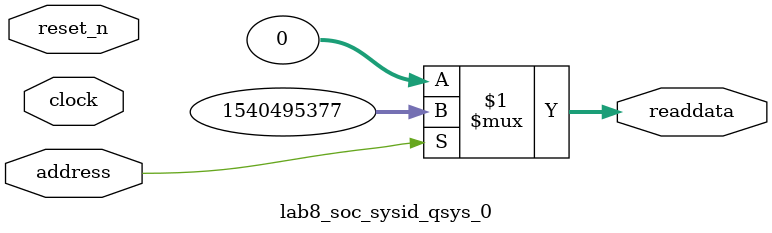
<source format=v>

`timescale 1ns / 1ps
// synthesis translate_on

// turn off superfluous verilog processor warnings 
// altera message_level Level1 
// altera message_off 10034 10035 10036 10037 10230 10240 10030 

module lab8_soc_sysid_qsys_0 (
               // inputs:
                address,
                clock,
                reset_n,

               // outputs:
                readdata
             )
;

  output  [ 31: 0] readdata;
  input            address;
  input            clock;
  input            reset_n;

  wire    [ 31: 0] readdata;
  //control_slave, which is an e_avalon_slave
  assign readdata = address ? 1540495377 : 0;

endmodule




</source>
